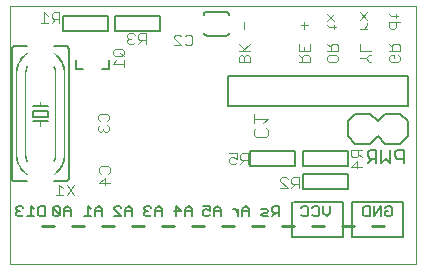
<source format=gbo>
G75*
G70*
%OFA0B0*%
%FSLAX24Y24*%
%IPPOS*%
%LPD*%
%AMOC8*
5,1,8,0,0,1.08239X$1,22.5*
%
%ADD10C,0.0000*%
%ADD11C,0.0060*%
%ADD12C,0.0050*%
%ADD13C,0.0070*%
%ADD14C,0.0040*%
%ADD15C,0.0100*%
%ADD16C,0.0080*%
%ADD17C,0.0001*%
%ADD18C,0.0020*%
D10*
X000605Y000141D02*
X000605Y008718D01*
X014134Y008718D01*
X014134Y000141D01*
X000605Y000141D01*
D11*
X000755Y002891D02*
X001155Y002891D01*
X000755Y002891D02*
X000738Y002893D01*
X000721Y002897D01*
X000705Y002904D01*
X000691Y002914D01*
X000678Y002927D01*
X000668Y002941D01*
X000661Y002957D01*
X000657Y002974D01*
X000655Y002991D01*
X000655Y007291D01*
X000657Y007308D01*
X000661Y007325D01*
X000668Y007341D01*
X000678Y007355D01*
X000691Y007368D01*
X000705Y007378D01*
X000721Y007385D01*
X000738Y007389D01*
X000755Y007391D01*
X001155Y007391D01*
X002055Y007391D02*
X002455Y007391D01*
X002472Y007389D01*
X002489Y007385D01*
X002505Y007378D01*
X002519Y007368D01*
X002532Y007355D01*
X002542Y007341D01*
X002549Y007325D01*
X002553Y007308D01*
X002555Y007291D01*
X002555Y002991D01*
X002553Y002974D01*
X002549Y002957D01*
X002542Y002941D01*
X002532Y002927D01*
X002519Y002914D01*
X002505Y002904D01*
X002489Y002897D01*
X002472Y002893D01*
X002455Y002891D01*
X002055Y002891D01*
X001855Y004891D02*
X001605Y004891D01*
X001355Y004891D01*
X001355Y005041D02*
X001355Y005241D01*
X001855Y005241D01*
X001855Y005041D01*
X001355Y005041D01*
X001355Y005391D02*
X001605Y005391D01*
X001855Y005391D01*
X012519Y003857D02*
X012519Y003710D01*
X012593Y003637D01*
X012813Y003637D01*
X012666Y003637D02*
X012519Y003490D01*
X012813Y003490D02*
X012813Y003930D01*
X012593Y003930D01*
X012519Y003857D01*
X012980Y003930D02*
X012980Y003490D01*
X013127Y003637D01*
X013273Y003490D01*
X013273Y003930D01*
X013440Y003857D02*
X013440Y003710D01*
X013514Y003637D01*
X013734Y003637D01*
X013734Y003490D02*
X013734Y003930D01*
X013514Y003930D01*
X013440Y003857D01*
D12*
X011855Y003891D02*
X011855Y003391D01*
X010355Y003391D01*
X010355Y003891D01*
X011855Y003891D01*
X011855Y003141D02*
X010355Y003141D01*
X010355Y002641D01*
X011855Y002641D01*
X011855Y003141D01*
X012418Y002066D02*
X012360Y002008D01*
X012360Y001774D01*
X012418Y001716D01*
X012593Y001716D01*
X012593Y002066D01*
X012418Y002066D01*
X012728Y002066D02*
X012728Y001716D01*
X012961Y002066D01*
X012961Y001716D01*
X013096Y001774D02*
X013096Y001891D01*
X013213Y001891D01*
X013330Y001774D02*
X013271Y001716D01*
X013155Y001716D01*
X013096Y001774D01*
X013330Y001774D02*
X013330Y002008D01*
X013271Y002066D01*
X013155Y002066D01*
X013096Y002008D01*
X011280Y002066D02*
X011280Y001833D01*
X011163Y001716D01*
X011046Y001833D01*
X011046Y002066D01*
X010911Y002008D02*
X010911Y001774D01*
X010853Y001716D01*
X010736Y001716D01*
X010678Y001774D01*
X010543Y001774D02*
X010485Y001716D01*
X010368Y001716D01*
X010310Y001774D01*
X010543Y001774D02*
X010543Y002008D01*
X010485Y002066D01*
X010368Y002066D01*
X010310Y002008D01*
X010678Y002008D02*
X010736Y002066D01*
X010853Y002066D01*
X010911Y002008D01*
X009580Y002066D02*
X009580Y001716D01*
X009580Y001833D02*
X009405Y001833D01*
X009346Y001891D01*
X009346Y002008D01*
X009405Y002066D01*
X009580Y002066D01*
X009463Y001833D02*
X009346Y001716D01*
X009211Y001716D02*
X009036Y001716D01*
X008978Y001774D01*
X009036Y001833D01*
X009153Y001833D01*
X009211Y001891D01*
X009153Y001950D01*
X008978Y001950D01*
X008580Y001950D02*
X008580Y001716D01*
X008580Y001891D02*
X008346Y001891D01*
X008346Y001950D02*
X008346Y001716D01*
X008211Y001716D02*
X008211Y001950D01*
X008095Y001950D02*
X008211Y001833D01*
X008095Y001950D02*
X008036Y001950D01*
X008346Y001950D02*
X008463Y002066D01*
X008580Y001950D01*
X007630Y001950D02*
X007630Y001716D01*
X007630Y001891D02*
X007396Y001891D01*
X007396Y001950D02*
X007396Y001716D01*
X007261Y001774D02*
X007203Y001716D01*
X007086Y001716D01*
X007028Y001774D01*
X007028Y001891D01*
X007086Y001950D01*
X007145Y001950D01*
X007261Y001891D01*
X007261Y002066D01*
X007028Y002066D01*
X007396Y001950D02*
X007513Y002066D01*
X007630Y001950D01*
X006680Y001950D02*
X006680Y001716D01*
X006446Y001716D02*
X006446Y001950D01*
X006563Y002066D01*
X006680Y001950D01*
X006680Y001891D02*
X006446Y001891D01*
X006311Y001891D02*
X006078Y001891D01*
X006136Y001716D02*
X006136Y002066D01*
X006311Y001891D01*
X005680Y001891D02*
X005446Y001891D01*
X005446Y001950D02*
X005446Y001716D01*
X005311Y001774D02*
X005253Y001716D01*
X005136Y001716D01*
X005078Y001774D01*
X005078Y001833D01*
X005136Y001891D01*
X005195Y001891D01*
X005136Y001891D02*
X005078Y001950D01*
X005078Y002008D01*
X005136Y002066D01*
X005253Y002066D01*
X005311Y002008D01*
X005446Y001950D02*
X005563Y002066D01*
X005680Y001950D01*
X005680Y001716D01*
X004680Y001716D02*
X004680Y001950D01*
X004563Y002066D01*
X004446Y001950D01*
X004446Y001716D01*
X004311Y001716D02*
X004078Y001950D01*
X004078Y002008D01*
X004136Y002066D01*
X004253Y002066D01*
X004311Y002008D01*
X004446Y001891D02*
X004680Y001891D01*
X004311Y001716D02*
X004078Y001716D01*
X003680Y001716D02*
X003680Y001950D01*
X003563Y002066D01*
X003446Y001950D01*
X003446Y001716D01*
X003311Y001716D02*
X003078Y001716D01*
X003195Y001716D02*
X003195Y002066D01*
X003311Y001950D01*
X003446Y001891D02*
X003680Y001891D01*
X002630Y001891D02*
X002396Y001891D01*
X002396Y001950D02*
X002396Y001716D01*
X002261Y001774D02*
X002028Y002008D01*
X002028Y001774D01*
X002086Y001716D01*
X002203Y001716D01*
X002261Y001774D01*
X002261Y002008D01*
X002203Y002066D01*
X002086Y002066D01*
X002028Y002008D01*
X001780Y002066D02*
X001605Y002066D01*
X001546Y002008D01*
X001546Y001774D01*
X001605Y001716D01*
X001780Y001716D01*
X001780Y002066D01*
X001411Y001950D02*
X001295Y002066D01*
X001295Y001716D01*
X001411Y001716D02*
X001178Y001716D01*
X001043Y001774D02*
X000985Y001716D01*
X000868Y001716D01*
X000810Y001774D01*
X000810Y001833D01*
X000868Y001891D01*
X000926Y001891D01*
X000868Y001891D02*
X000810Y001950D01*
X000810Y002008D01*
X000868Y002066D01*
X000985Y002066D01*
X001043Y002008D01*
X002396Y001950D02*
X002513Y002066D01*
X002630Y001950D01*
X002630Y001716D01*
X008605Y003391D02*
X008605Y003891D01*
X010105Y003891D01*
X010105Y003391D01*
X008605Y003391D01*
X005605Y007891D02*
X004105Y007891D01*
X004105Y008391D01*
X005605Y008391D01*
X005605Y007891D01*
X003855Y007891D02*
X003855Y008391D01*
X002355Y008391D01*
X002355Y007891D01*
X003855Y007891D01*
D13*
X007855Y006391D02*
X007855Y005391D01*
X013855Y005391D01*
X013855Y006391D01*
X007855Y006391D01*
X010005Y002191D02*
X010005Y001041D01*
X011705Y001041D01*
X011705Y002191D01*
X010055Y002191D01*
X012005Y002191D02*
X012005Y001041D01*
X013705Y001041D01*
X013705Y002191D01*
X012055Y002191D01*
X012005Y002191D01*
D14*
X012155Y003313D02*
X012155Y003553D01*
X011974Y003373D01*
X012335Y003373D01*
X012335Y003681D02*
X012215Y003801D01*
X012215Y003741D02*
X012215Y003921D01*
X012335Y003921D02*
X011974Y003921D01*
X011974Y003741D01*
X012034Y003681D01*
X012155Y003681D01*
X012215Y003741D01*
X010221Y003021D02*
X010221Y002661D01*
X010221Y002781D02*
X010041Y002781D01*
X009981Y002841D01*
X009981Y002961D01*
X010041Y003021D01*
X010221Y003021D01*
X009853Y002961D02*
X009793Y003021D01*
X009673Y003021D01*
X009613Y002961D01*
X009613Y002901D01*
X009853Y002661D01*
X009613Y002661D01*
X009981Y002661D02*
X010101Y002781D01*
X008521Y003461D02*
X008521Y003821D01*
X008341Y003821D01*
X008281Y003761D01*
X008281Y003641D01*
X008341Y003581D01*
X008521Y003581D01*
X008401Y003581D02*
X008281Y003461D01*
X008153Y003521D02*
X008093Y003461D01*
X007973Y003461D01*
X007913Y003521D01*
X007913Y003641D01*
X007973Y003701D01*
X008033Y003701D01*
X008153Y003641D01*
X008153Y003821D01*
X007913Y003821D01*
X008737Y004431D02*
X008814Y004355D01*
X009121Y004355D01*
X009198Y004431D01*
X009198Y004585D01*
X009121Y004662D01*
X009044Y004815D02*
X009198Y004969D01*
X008737Y004969D01*
X008737Y005122D02*
X008737Y004815D01*
X008814Y004662D02*
X008737Y004585D01*
X008737Y004431D01*
X008585Y006861D02*
X008225Y006861D01*
X008225Y007041D01*
X008285Y007101D01*
X008345Y007101D01*
X008405Y007041D01*
X008405Y006861D01*
X008585Y006861D02*
X008585Y007041D01*
X008525Y007101D01*
X008465Y007101D01*
X008405Y007041D01*
X008345Y007229D02*
X008585Y007470D01*
X008405Y007289D02*
X008225Y007470D01*
X008225Y007229D02*
X008585Y007229D01*
X008405Y007966D02*
X008405Y008206D01*
X010225Y007470D02*
X010225Y007229D01*
X010585Y007229D01*
X010585Y007470D01*
X010405Y007349D02*
X010405Y007229D01*
X010405Y007101D02*
X010345Y007041D01*
X010345Y006861D01*
X010345Y006981D02*
X010225Y007101D01*
X010405Y007101D02*
X010525Y007101D01*
X010585Y007041D01*
X010585Y006861D01*
X010225Y006861D01*
X011175Y006921D02*
X011235Y006861D01*
X011475Y006861D01*
X011535Y006921D01*
X011535Y007041D01*
X011475Y007101D01*
X011235Y007101D01*
X011175Y007041D01*
X011175Y006921D01*
X011175Y007229D02*
X011535Y007229D01*
X011535Y007410D01*
X011475Y007470D01*
X011355Y007470D01*
X011295Y007410D01*
X011295Y007229D01*
X011295Y007349D02*
X011175Y007470D01*
X011415Y007966D02*
X011415Y008086D01*
X011475Y008026D02*
X011235Y008026D01*
X011175Y008086D01*
X011175Y008212D02*
X011415Y008452D01*
X011415Y008212D02*
X011175Y008452D01*
X010525Y008086D02*
X010285Y008086D01*
X010405Y007966D02*
X010405Y008206D01*
X012275Y008273D02*
X012515Y008513D01*
X012515Y008273D02*
X012275Y008513D01*
X012515Y008146D02*
X012515Y008086D01*
X012395Y007966D01*
X012275Y007966D02*
X012515Y007966D01*
X012275Y007470D02*
X012275Y007229D01*
X012635Y007229D01*
X012635Y007101D02*
X012575Y007101D01*
X012455Y006981D01*
X012275Y006981D01*
X012455Y006981D02*
X012575Y006861D01*
X012635Y006861D01*
X013225Y006921D02*
X013225Y007041D01*
X013285Y007101D01*
X013405Y007101D01*
X013405Y006981D01*
X013525Y006861D02*
X013285Y006861D01*
X013225Y006921D01*
X013525Y006861D02*
X013585Y006921D01*
X013585Y007041D01*
X013525Y007101D01*
X013585Y007229D02*
X013585Y007410D01*
X013525Y007470D01*
X013405Y007470D01*
X013345Y007410D01*
X013345Y007229D01*
X013225Y007229D02*
X013585Y007229D01*
X013345Y007349D02*
X013225Y007470D01*
X013285Y007966D02*
X013405Y007966D01*
X013465Y008026D01*
X013465Y008206D01*
X013585Y008206D02*
X013225Y008206D01*
X013225Y008026D01*
X013285Y007966D01*
X013465Y008334D02*
X013465Y008454D01*
X013525Y008394D02*
X013285Y008394D01*
X013225Y008454D01*
X006671Y007711D02*
X006671Y007471D01*
X006611Y007411D01*
X006491Y007411D01*
X006431Y007471D01*
X006303Y007411D02*
X006063Y007651D01*
X006063Y007711D01*
X006123Y007771D01*
X006243Y007771D01*
X006303Y007711D01*
X006431Y007711D02*
X006491Y007771D01*
X006611Y007771D01*
X006671Y007711D01*
X006303Y007411D02*
X006063Y007411D01*
X005121Y007461D02*
X005121Y007821D01*
X004941Y007821D01*
X004881Y007761D01*
X004881Y007641D01*
X004941Y007581D01*
X005121Y007581D01*
X005001Y007581D02*
X004881Y007461D01*
X004753Y007521D02*
X004693Y007461D01*
X004573Y007461D01*
X004513Y007521D01*
X004513Y007581D01*
X004573Y007641D01*
X004633Y007641D01*
X004573Y007641D02*
X004513Y007701D01*
X004513Y007761D01*
X004573Y007821D01*
X004693Y007821D01*
X004753Y007761D01*
X004325Y007296D02*
X004084Y007296D01*
X004024Y007236D01*
X004024Y007116D01*
X004084Y007056D01*
X004325Y007056D01*
X004385Y007116D01*
X004385Y007236D01*
X004325Y007296D01*
X004265Y007176D02*
X004385Y007056D01*
X004385Y006928D02*
X004385Y006688D01*
X004385Y006808D02*
X004024Y006808D01*
X004145Y006928D01*
X002235Y008161D02*
X002235Y008521D01*
X002055Y008521D01*
X001995Y008461D01*
X001995Y008341D01*
X002055Y008281D01*
X002235Y008281D01*
X002115Y008281D02*
X001995Y008161D01*
X001866Y008161D02*
X001626Y008161D01*
X001746Y008161D02*
X001746Y008521D01*
X001866Y008401D01*
X003584Y005127D02*
X003825Y005127D01*
X003885Y005067D01*
X003885Y004947D01*
X003825Y004887D01*
X003825Y004759D02*
X003885Y004699D01*
X003885Y004579D01*
X003825Y004519D01*
X003765Y004519D01*
X003705Y004579D01*
X003705Y004639D01*
X003705Y004579D02*
X003645Y004519D01*
X003584Y004519D01*
X003524Y004579D01*
X003524Y004699D01*
X003584Y004759D01*
X003584Y004887D02*
X003524Y004947D01*
X003524Y005067D01*
X003584Y005127D01*
X003634Y003377D02*
X003874Y003377D01*
X003934Y003317D01*
X003934Y003196D01*
X003874Y003136D01*
X003754Y003008D02*
X003754Y002768D01*
X003934Y002828D02*
X003574Y002828D01*
X003754Y003008D01*
X003634Y003136D02*
X003574Y003196D01*
X003574Y003317D01*
X003634Y003377D01*
X002735Y002771D02*
X002495Y002411D01*
X002366Y002411D02*
X002126Y002411D01*
X002246Y002411D02*
X002246Y002771D01*
X002366Y002651D01*
X002495Y002771D02*
X002735Y002411D01*
D15*
X002655Y001391D02*
X003055Y001391D01*
X003655Y001391D02*
X004055Y001391D01*
X004655Y001391D02*
X005055Y001391D01*
X005655Y001391D02*
X006055Y001391D01*
X006655Y001391D02*
X007055Y001391D01*
X007655Y001391D02*
X008055Y001391D01*
X008655Y001391D02*
X009055Y001391D01*
X009655Y001391D02*
X010055Y001391D01*
X010655Y001391D02*
X011055Y001391D01*
X011655Y001391D02*
X012055Y001391D01*
X012655Y001391D02*
X013055Y001391D01*
X002055Y001391D02*
X001655Y001391D01*
D16*
X002804Y006616D02*
X002804Y006930D01*
X002804Y006616D02*
X003040Y006616D01*
X003670Y006616D02*
X003906Y006616D01*
X003906Y006930D01*
X007155Y007741D02*
X007805Y007741D01*
X007822Y007743D01*
X007839Y007747D01*
X007855Y007754D01*
X007869Y007764D01*
X007882Y007777D01*
X007892Y007791D01*
X007899Y007807D01*
X007903Y007824D01*
X007905Y007841D01*
X007155Y007741D02*
X007138Y007743D01*
X007121Y007747D01*
X007105Y007754D01*
X007091Y007764D01*
X007078Y007777D01*
X007068Y007791D01*
X007061Y007807D01*
X007057Y007824D01*
X007055Y007841D01*
X007055Y008441D02*
X007057Y008458D01*
X007061Y008475D01*
X007068Y008491D01*
X007078Y008505D01*
X007091Y008518D01*
X007105Y008528D01*
X007121Y008535D01*
X007138Y008539D01*
X007155Y008541D01*
X007805Y008541D01*
X007822Y008539D01*
X007839Y008535D01*
X007855Y008528D01*
X007869Y008518D01*
X007882Y008505D01*
X007892Y008491D01*
X007899Y008475D01*
X007903Y008458D01*
X007905Y008441D01*
X011855Y004891D02*
X012105Y005141D01*
X012605Y005141D01*
X012855Y004891D01*
X013105Y005141D01*
X013605Y005141D01*
X013855Y004891D01*
X013855Y004391D01*
X013605Y004141D01*
X013105Y004141D01*
X012855Y004391D01*
X012605Y004141D01*
X012105Y004141D01*
X011855Y004391D01*
X011855Y004891D01*
D17*
X002064Y003570D02*
X002047Y003578D01*
X002047Y003577D02*
X002062Y003611D01*
X002074Y003646D01*
X002084Y003681D01*
X002090Y003717D01*
X002095Y003754D01*
X002096Y003791D01*
X002114Y003791D01*
X002115Y003791D01*
X002114Y003752D01*
X002109Y003714D01*
X002102Y003677D01*
X002092Y003640D01*
X002080Y003604D01*
X002064Y003569D01*
X002063Y003570D01*
X002079Y003604D01*
X002091Y003640D01*
X002101Y003677D01*
X002108Y003715D01*
X002113Y003752D01*
X002114Y003791D01*
X002113Y003791D01*
X002112Y003753D01*
X002107Y003715D01*
X002100Y003677D01*
X002090Y003641D01*
X002078Y003605D01*
X002062Y003570D01*
X002077Y003605D01*
X002089Y003641D01*
X002099Y003678D01*
X002106Y003715D01*
X002111Y003753D01*
X002112Y003791D01*
X002111Y003791D01*
X002110Y003753D01*
X002105Y003715D01*
X002098Y003678D01*
X002088Y003641D01*
X002076Y003606D01*
X002061Y003571D01*
X002060Y003571D01*
X002075Y003606D01*
X002087Y003642D01*
X002097Y003678D01*
X002104Y003715D01*
X002109Y003753D01*
X002110Y003791D01*
X002109Y003791D01*
X002108Y003753D01*
X002103Y003715D01*
X002096Y003678D01*
X002086Y003642D01*
X002074Y003606D01*
X002059Y003572D01*
X002058Y003572D01*
X002073Y003607D01*
X002085Y003642D01*
X002095Y003679D01*
X002102Y003715D01*
X002107Y003753D01*
X002108Y003791D01*
X002107Y003791D01*
X002106Y003753D01*
X002101Y003716D01*
X002094Y003679D01*
X002085Y003642D01*
X002072Y003607D01*
X002057Y003573D01*
X002056Y003573D01*
X002071Y003607D01*
X002084Y003643D01*
X002093Y003679D01*
X002100Y003716D01*
X002105Y003753D01*
X002106Y003791D01*
X002105Y003791D01*
X002104Y003753D01*
X002099Y003716D01*
X002092Y003679D01*
X002083Y003643D01*
X002070Y003608D01*
X002055Y003573D01*
X002054Y003574D01*
X002069Y003608D01*
X002082Y003643D01*
X002091Y003679D01*
X002098Y003716D01*
X002103Y003753D01*
X002104Y003791D01*
X002103Y003791D01*
X002102Y003753D01*
X002097Y003716D01*
X002090Y003680D01*
X002081Y003644D01*
X002068Y003609D01*
X002053Y003574D01*
X002053Y003575D01*
X002067Y003609D01*
X002080Y003644D01*
X002089Y003680D01*
X002096Y003716D01*
X002101Y003753D01*
X002102Y003791D01*
X002101Y003791D01*
X002100Y003753D01*
X002095Y003717D01*
X002088Y003680D01*
X002079Y003644D01*
X002066Y003609D01*
X002052Y003575D01*
X002051Y003576D01*
X002066Y003610D01*
X002078Y003645D01*
X002087Y003680D01*
X002094Y003717D01*
X002099Y003753D01*
X002100Y003791D01*
X002099Y003791D01*
X002098Y003754D01*
X002093Y003717D01*
X002086Y003681D01*
X002077Y003645D01*
X002065Y003610D01*
X002050Y003576D01*
X002049Y003577D01*
X002064Y003610D01*
X002076Y003645D01*
X002086Y003681D01*
X002092Y003717D01*
X002097Y003754D01*
X002098Y003791D01*
X002097Y003791D01*
X002096Y003754D01*
X002091Y003717D01*
X002085Y003681D01*
X002075Y003645D01*
X002063Y003611D01*
X002048Y003577D01*
X001096Y003791D02*
X001115Y003791D01*
X001114Y003791D02*
X001115Y003754D01*
X001120Y003717D01*
X001126Y003681D01*
X001136Y003646D01*
X001148Y003611D01*
X001163Y003577D01*
X001146Y003570D01*
X001146Y003569D01*
X001130Y003604D01*
X001118Y003640D01*
X001108Y003677D01*
X001101Y003714D01*
X001096Y003752D01*
X001095Y003791D01*
X001096Y003791D01*
X001097Y003752D01*
X001102Y003715D01*
X001109Y003677D01*
X001119Y003640D01*
X001131Y003604D01*
X001147Y003570D01*
X001148Y003570D01*
X001132Y003605D01*
X001120Y003641D01*
X001110Y003677D01*
X001103Y003715D01*
X001098Y003753D01*
X001097Y003791D01*
X001098Y003791D01*
X001099Y003753D01*
X001104Y003715D01*
X001111Y003678D01*
X001121Y003641D01*
X001133Y003605D01*
X001148Y003570D01*
X001149Y003571D01*
X001134Y003606D01*
X001122Y003641D01*
X001112Y003678D01*
X001105Y003715D01*
X001100Y003753D01*
X001099Y003791D01*
X001100Y003791D01*
X001101Y003753D01*
X001106Y003715D01*
X001113Y003678D01*
X001123Y003642D01*
X001135Y003606D01*
X001150Y003571D01*
X001151Y003572D01*
X001136Y003606D01*
X001124Y003642D01*
X001114Y003678D01*
X001107Y003715D01*
X001102Y003753D01*
X001101Y003791D01*
X001102Y003791D01*
X001103Y003753D01*
X001108Y003715D01*
X001115Y003679D01*
X001125Y003642D01*
X001137Y003607D01*
X001152Y003572D01*
X001153Y003573D01*
X001138Y003607D01*
X001125Y003642D01*
X001116Y003679D01*
X001109Y003716D01*
X001104Y003753D01*
X001103Y003791D01*
X001104Y003791D01*
X001105Y003753D01*
X001110Y003716D01*
X001117Y003679D01*
X001126Y003643D01*
X001139Y003607D01*
X001154Y003573D01*
X001155Y003573D01*
X001140Y003608D01*
X001127Y003643D01*
X001118Y003679D01*
X001111Y003716D01*
X001106Y003753D01*
X001105Y003791D01*
X001106Y003791D01*
X001107Y003753D01*
X001112Y003716D01*
X001119Y003679D01*
X001128Y003643D01*
X001141Y003608D01*
X001156Y003574D01*
X001157Y003574D01*
X001142Y003609D01*
X001129Y003644D01*
X001120Y003680D01*
X001113Y003716D01*
X001108Y003753D01*
X001107Y003791D01*
X001108Y003791D01*
X001109Y003753D01*
X001114Y003716D01*
X001121Y003680D01*
X001130Y003644D01*
X001143Y003609D01*
X001157Y003575D01*
X001158Y003575D01*
X001144Y003609D01*
X001131Y003644D01*
X001122Y003680D01*
X001115Y003717D01*
X001110Y003753D01*
X001109Y003791D01*
X001110Y003791D01*
X001111Y003753D01*
X001116Y003717D01*
X001123Y003680D01*
X001132Y003645D01*
X001144Y003610D01*
X001159Y003576D01*
X001160Y003576D01*
X001145Y003610D01*
X001133Y003645D01*
X001124Y003681D01*
X001117Y003717D01*
X001112Y003754D01*
X001111Y003791D01*
X001112Y003791D01*
X001113Y003754D01*
X001118Y003717D01*
X001124Y003681D01*
X001134Y003645D01*
X001146Y003610D01*
X001161Y003577D01*
X001162Y003577D01*
X001147Y003611D01*
X001135Y003645D01*
X001125Y003681D01*
X001119Y003717D01*
X001114Y003754D01*
X001113Y003791D01*
X000796Y003791D02*
X000815Y003791D01*
X000814Y003791D02*
X000816Y003736D01*
X000822Y003681D01*
X000831Y003627D01*
X000844Y003574D01*
X000861Y003521D01*
X000882Y003470D01*
X000906Y003421D01*
X000933Y003373D01*
X000964Y003328D01*
X000997Y003284D01*
X001034Y003244D01*
X001073Y003205D01*
X001115Y003170D01*
X001160Y003137D01*
X001149Y003122D01*
X001104Y003155D01*
X001061Y003191D01*
X001020Y003230D01*
X000983Y003272D01*
X000948Y003317D01*
X000917Y003363D01*
X000889Y003412D01*
X000864Y003463D01*
X000844Y003515D01*
X000826Y003568D01*
X000813Y003623D01*
X000803Y003678D01*
X000797Y003734D01*
X000795Y003791D01*
X000796Y003791D01*
X000798Y003734D01*
X000804Y003679D01*
X000814Y003623D01*
X000827Y003569D01*
X000844Y003515D01*
X000865Y003463D01*
X000890Y003413D01*
X000918Y003364D01*
X000949Y003317D01*
X000984Y003273D01*
X001021Y003231D01*
X001061Y003192D01*
X001104Y003156D01*
X001150Y003122D01*
X001150Y003123D01*
X001105Y003156D01*
X001062Y003193D01*
X001022Y003232D01*
X000984Y003274D01*
X000950Y003318D01*
X000919Y003364D01*
X000891Y003413D01*
X000866Y003464D01*
X000845Y003516D01*
X000828Y003569D01*
X000815Y003623D01*
X000805Y003679D01*
X000799Y003734D01*
X000797Y003791D01*
X000798Y003791D01*
X000800Y003735D01*
X000806Y003679D01*
X000816Y003624D01*
X000829Y003569D01*
X000846Y003516D01*
X000867Y003464D01*
X000892Y003414D01*
X000920Y003365D01*
X000951Y003318D01*
X000985Y003274D01*
X001023Y003232D01*
X001063Y003193D01*
X001105Y003157D01*
X001151Y003124D01*
X001151Y003125D01*
X001106Y003158D01*
X001063Y003194D01*
X001023Y003233D01*
X000986Y003275D01*
X000952Y003319D01*
X000920Y003366D01*
X000893Y003414D01*
X000868Y003464D01*
X000847Y003516D01*
X000830Y003570D01*
X000817Y003624D01*
X000807Y003679D01*
X000801Y003735D01*
X000799Y003791D01*
X000800Y003791D01*
X000802Y003735D01*
X000808Y003679D01*
X000818Y003624D01*
X000831Y003570D01*
X000848Y003517D01*
X000869Y003465D01*
X000893Y003414D01*
X000921Y003366D01*
X000952Y003320D01*
X000987Y003275D01*
X001024Y003234D01*
X001064Y003195D01*
X001107Y003159D01*
X001152Y003126D01*
X001152Y003127D01*
X001107Y003160D01*
X001065Y003196D01*
X001025Y003235D01*
X000987Y003276D01*
X000953Y003320D01*
X000922Y003367D01*
X000894Y003415D01*
X000870Y003465D01*
X000849Y003517D01*
X000832Y003570D01*
X000818Y003624D01*
X000809Y003679D01*
X000803Y003735D01*
X000801Y003791D01*
X000802Y003791D01*
X000804Y003735D01*
X000810Y003679D01*
X000819Y003624D01*
X000833Y003570D01*
X000850Y003517D01*
X000871Y003466D01*
X000895Y003415D01*
X000923Y003367D01*
X000954Y003321D01*
X000988Y003277D01*
X001025Y003235D01*
X001065Y003196D01*
X001108Y003160D01*
X001153Y003127D01*
X001153Y003128D01*
X001109Y003161D01*
X001066Y003197D01*
X001026Y003236D01*
X000989Y003277D01*
X000955Y003321D01*
X000924Y003368D01*
X000896Y003416D01*
X000872Y003466D01*
X000851Y003518D01*
X000834Y003571D01*
X000820Y003625D01*
X000811Y003679D01*
X000805Y003735D01*
X000803Y003791D01*
X000804Y003791D01*
X000806Y003735D01*
X000812Y003680D01*
X000821Y003625D01*
X000835Y003571D01*
X000852Y003518D01*
X000873Y003466D01*
X000897Y003416D01*
X000925Y003368D01*
X000956Y003322D01*
X000990Y003278D01*
X001027Y003237D01*
X001067Y003198D01*
X001109Y003162D01*
X001154Y003129D01*
X001155Y003130D01*
X001110Y003163D01*
X001067Y003199D01*
X001028Y003237D01*
X000991Y003279D01*
X000957Y003323D01*
X000926Y003369D01*
X000898Y003417D01*
X000874Y003467D01*
X000853Y003518D01*
X000836Y003571D01*
X000822Y003625D01*
X000813Y003680D01*
X000807Y003735D01*
X000805Y003791D01*
X000806Y003791D01*
X000808Y003735D01*
X000814Y003680D01*
X000823Y003625D01*
X000837Y003571D01*
X000854Y003519D01*
X000875Y003467D01*
X000899Y003417D01*
X000926Y003369D01*
X000957Y003323D01*
X000991Y003279D01*
X001028Y003238D01*
X001068Y003199D01*
X001110Y003163D01*
X001155Y003131D01*
X001156Y003131D01*
X001111Y003164D01*
X001069Y003200D01*
X001029Y003239D01*
X000992Y003280D01*
X000958Y003324D01*
X000927Y003370D01*
X000900Y003418D01*
X000875Y003468D01*
X000855Y003519D01*
X000838Y003572D01*
X000824Y003625D01*
X000815Y003680D01*
X000809Y003735D01*
X000807Y003791D01*
X000808Y003791D01*
X000810Y003735D01*
X000816Y003680D01*
X000825Y003626D01*
X000839Y003572D01*
X000856Y003519D01*
X000876Y003468D01*
X000901Y003418D01*
X000928Y003370D01*
X000959Y003324D01*
X000993Y003281D01*
X001030Y003239D01*
X001069Y003201D01*
X001112Y003165D01*
X001156Y003132D01*
X001157Y003133D01*
X001112Y003166D01*
X001070Y003202D01*
X001030Y003240D01*
X000994Y003281D01*
X000960Y003325D01*
X000929Y003371D01*
X000901Y003419D01*
X000877Y003468D01*
X000857Y003520D01*
X000840Y003572D01*
X000826Y003626D01*
X000817Y003680D01*
X000811Y003735D01*
X000809Y003791D01*
X000810Y003791D01*
X000812Y003735D01*
X000818Y003680D01*
X000827Y003626D01*
X000841Y003573D01*
X000858Y003520D01*
X000878Y003469D01*
X000902Y003419D01*
X000930Y003371D01*
X000961Y003325D01*
X000994Y003282D01*
X001031Y003241D01*
X001071Y003202D01*
X001113Y003167D01*
X001157Y003134D01*
X001158Y003135D01*
X001114Y003167D01*
X001071Y003203D01*
X001032Y003241D01*
X000995Y003283D01*
X000961Y003326D01*
X000931Y003372D01*
X000903Y003420D01*
X000879Y003469D01*
X000859Y003520D01*
X000842Y003573D01*
X000828Y003626D01*
X000819Y003681D01*
X000813Y003735D01*
X000811Y003791D01*
X000812Y003791D01*
X000814Y003735D01*
X000820Y003681D01*
X000829Y003627D01*
X000843Y003573D01*
X000859Y003521D01*
X000880Y003470D01*
X000904Y003420D01*
X000932Y003372D01*
X000962Y003327D01*
X000996Y003283D01*
X001033Y003242D01*
X001072Y003204D01*
X001114Y003168D01*
X001159Y003136D01*
X001115Y003169D01*
X001073Y003204D01*
X001033Y003243D01*
X000997Y003284D01*
X000963Y003327D01*
X000932Y003373D01*
X000905Y003421D01*
X000881Y003470D01*
X000860Y003521D01*
X000843Y003573D01*
X000830Y003627D01*
X000821Y003681D01*
X000815Y003736D01*
X000813Y003791D01*
X002061Y003122D02*
X002050Y003138D01*
X002050Y003137D02*
X002095Y003170D01*
X002137Y003205D01*
X002176Y003243D01*
X002213Y003284D01*
X002246Y003328D01*
X002277Y003373D01*
X002304Y003421D01*
X002328Y003470D01*
X002349Y003521D01*
X002366Y003574D01*
X002379Y003627D01*
X002388Y003681D01*
X002394Y003736D01*
X002396Y003790D01*
X002414Y003791D01*
X002415Y003790D01*
X002413Y003734D01*
X002407Y003678D01*
X002397Y003623D01*
X002384Y003568D01*
X002366Y003515D01*
X002345Y003463D01*
X002321Y003412D01*
X002293Y003363D01*
X002262Y003317D01*
X002227Y003272D01*
X002190Y003230D01*
X002149Y003191D01*
X002106Y003155D01*
X002061Y003122D01*
X002060Y003122D01*
X002106Y003156D01*
X002149Y003192D01*
X002189Y003231D01*
X002226Y003273D01*
X002261Y003317D01*
X002292Y003364D01*
X002320Y003413D01*
X002345Y003463D01*
X002366Y003515D01*
X002383Y003569D01*
X002396Y003623D01*
X002406Y003678D01*
X002412Y003734D01*
X002414Y003790D01*
X002413Y003790D01*
X002411Y003734D01*
X002405Y003679D01*
X002395Y003623D01*
X002382Y003569D01*
X002365Y003516D01*
X002344Y003464D01*
X002319Y003413D01*
X002291Y003364D01*
X002260Y003318D01*
X002226Y003274D01*
X002188Y003232D01*
X002148Y003193D01*
X002105Y003156D01*
X002060Y003123D01*
X002059Y003124D01*
X002105Y003157D01*
X002147Y003193D01*
X002187Y003232D01*
X002225Y003274D01*
X002259Y003318D01*
X002290Y003365D01*
X002318Y003414D01*
X002343Y003464D01*
X002364Y003516D01*
X002381Y003569D01*
X002394Y003624D01*
X002404Y003679D01*
X002410Y003734D01*
X002412Y003790D01*
X002411Y003790D01*
X002409Y003735D01*
X002403Y003679D01*
X002393Y003624D01*
X002380Y003569D01*
X002363Y003516D01*
X002342Y003464D01*
X002317Y003414D01*
X002290Y003365D01*
X002258Y003319D01*
X002224Y003275D01*
X002187Y003233D01*
X002147Y003194D01*
X002104Y003158D01*
X002059Y003125D01*
X002058Y003126D01*
X002103Y003159D01*
X002146Y003195D01*
X002186Y003234D01*
X002223Y003275D01*
X002258Y003320D01*
X002289Y003366D01*
X002317Y003414D01*
X002341Y003465D01*
X002362Y003517D01*
X002379Y003570D01*
X002392Y003624D01*
X002402Y003679D01*
X002408Y003735D01*
X002410Y003790D01*
X002409Y003790D01*
X002407Y003735D01*
X002401Y003679D01*
X002392Y003624D01*
X002378Y003570D01*
X002361Y003517D01*
X002340Y003465D01*
X002316Y003415D01*
X002288Y003367D01*
X002257Y003320D01*
X002222Y003276D01*
X002185Y003234D01*
X002145Y003196D01*
X002103Y003160D01*
X002058Y003127D01*
X002057Y003127D01*
X002102Y003160D01*
X002145Y003196D01*
X002185Y003235D01*
X002222Y003277D01*
X002256Y003321D01*
X002287Y003367D01*
X002315Y003415D01*
X002339Y003466D01*
X002360Y003517D01*
X002377Y003570D01*
X002391Y003624D01*
X002400Y003679D01*
X002406Y003735D01*
X002408Y003790D01*
X002407Y003790D01*
X002405Y003735D01*
X002399Y003679D01*
X002390Y003625D01*
X002376Y003571D01*
X002359Y003518D01*
X002338Y003466D01*
X002314Y003416D01*
X002286Y003368D01*
X002255Y003321D01*
X002221Y003277D01*
X002184Y003236D01*
X002144Y003197D01*
X002101Y003161D01*
X002057Y003128D01*
X002056Y003129D01*
X002101Y003162D01*
X002143Y003198D01*
X002183Y003237D01*
X002220Y003278D01*
X002254Y003322D01*
X002285Y003368D01*
X002313Y003416D01*
X002337Y003466D01*
X002358Y003518D01*
X002375Y003571D01*
X002389Y003625D01*
X002398Y003680D01*
X002404Y003735D01*
X002406Y003790D01*
X002405Y003790D01*
X002403Y003735D01*
X002397Y003680D01*
X002388Y003625D01*
X002374Y003571D01*
X002357Y003518D01*
X002336Y003467D01*
X002312Y003417D01*
X002284Y003369D01*
X002253Y003323D01*
X002219Y003279D01*
X002182Y003237D01*
X002143Y003199D01*
X002100Y003163D01*
X002055Y003130D01*
X002055Y003131D01*
X002100Y003163D01*
X002142Y003199D01*
X002182Y003238D01*
X002219Y003279D01*
X002253Y003323D01*
X002284Y003369D01*
X002311Y003417D01*
X002335Y003467D01*
X002356Y003519D01*
X002373Y003571D01*
X002387Y003625D01*
X002396Y003680D01*
X002402Y003735D01*
X002404Y003790D01*
X002403Y003790D01*
X002401Y003735D01*
X002395Y003680D01*
X002386Y003625D01*
X002372Y003572D01*
X002355Y003519D01*
X002335Y003468D01*
X002310Y003418D01*
X002283Y003370D01*
X002252Y003324D01*
X002218Y003280D01*
X002181Y003239D01*
X002141Y003200D01*
X002099Y003164D01*
X002054Y003131D01*
X002054Y003132D01*
X002098Y003165D01*
X002141Y003201D01*
X002180Y003239D01*
X002217Y003281D01*
X002251Y003324D01*
X002282Y003370D01*
X002309Y003418D01*
X002334Y003468D01*
X002354Y003519D01*
X002371Y003572D01*
X002385Y003626D01*
X002394Y003680D01*
X002400Y003735D01*
X002402Y003790D01*
X002401Y003790D01*
X002399Y003735D01*
X002393Y003680D01*
X002384Y003626D01*
X002370Y003572D01*
X002353Y003520D01*
X002333Y003468D01*
X002309Y003419D01*
X002281Y003371D01*
X002250Y003325D01*
X002216Y003281D01*
X002180Y003240D01*
X002140Y003202D01*
X002098Y003166D01*
X002053Y003133D01*
X002053Y003134D01*
X002097Y003167D01*
X002139Y003202D01*
X002179Y003241D01*
X002216Y003282D01*
X002249Y003325D01*
X002280Y003371D01*
X002308Y003419D01*
X002332Y003469D01*
X002352Y003520D01*
X002369Y003572D01*
X002383Y003626D01*
X002392Y003680D01*
X002398Y003735D01*
X002400Y003790D01*
X002399Y003790D01*
X002397Y003735D01*
X002391Y003681D01*
X002382Y003626D01*
X002368Y003573D01*
X002351Y003520D01*
X002331Y003469D01*
X002307Y003420D01*
X002279Y003372D01*
X002249Y003326D01*
X002215Y003283D01*
X002178Y003241D01*
X002139Y003203D01*
X002096Y003167D01*
X002052Y003135D01*
X002051Y003136D01*
X002096Y003168D01*
X002138Y003204D01*
X002177Y003242D01*
X002214Y003283D01*
X002248Y003327D01*
X002278Y003372D01*
X002306Y003420D01*
X002330Y003470D01*
X002351Y003521D01*
X002367Y003573D01*
X002381Y003626D01*
X002390Y003681D01*
X002396Y003735D01*
X002398Y003790D01*
X002397Y003790D01*
X002395Y003736D01*
X002389Y003681D01*
X002380Y003627D01*
X002366Y003573D01*
X002350Y003521D01*
X002329Y003470D01*
X002305Y003421D01*
X002278Y003373D01*
X002247Y003327D01*
X002213Y003284D01*
X002177Y003243D01*
X002137Y003204D01*
X002095Y003169D01*
X002051Y003136D01*
X001149Y007160D02*
X001160Y007144D01*
X001160Y007145D02*
X001115Y007112D01*
X001073Y007077D01*
X001034Y007039D01*
X000998Y006998D01*
X000964Y006954D01*
X000933Y006909D01*
X000906Y006861D01*
X000882Y006812D01*
X000861Y006761D01*
X000844Y006708D01*
X000831Y006655D01*
X000822Y006601D01*
X000816Y006546D01*
X000814Y006492D01*
X000796Y006491D01*
X000795Y006492D01*
X000797Y006548D01*
X000803Y006604D01*
X000813Y006659D01*
X000826Y006714D01*
X000844Y006767D01*
X000865Y006819D01*
X000889Y006870D01*
X000917Y006919D01*
X000948Y006965D01*
X000983Y007010D01*
X001020Y007052D01*
X001061Y007091D01*
X001104Y007127D01*
X001149Y007160D01*
X001150Y007160D01*
X001104Y007126D01*
X001061Y007090D01*
X001021Y007051D01*
X000984Y007009D01*
X000949Y006965D01*
X000918Y006918D01*
X000890Y006869D01*
X000865Y006819D01*
X000844Y006767D01*
X000827Y006713D01*
X000814Y006659D01*
X000804Y006604D01*
X000798Y006548D01*
X000796Y006492D01*
X000797Y006492D01*
X000799Y006548D01*
X000805Y006603D01*
X000815Y006659D01*
X000828Y006713D01*
X000845Y006766D01*
X000866Y006818D01*
X000891Y006869D01*
X000919Y006918D01*
X000950Y006964D01*
X000984Y007008D01*
X001022Y007050D01*
X001062Y007089D01*
X001105Y007126D01*
X001150Y007159D01*
X001151Y007158D01*
X001106Y007125D01*
X001063Y007089D01*
X001023Y007050D01*
X000985Y007008D01*
X000951Y006964D01*
X000920Y006917D01*
X000892Y006868D01*
X000867Y006818D01*
X000846Y006766D01*
X000829Y006713D01*
X000816Y006658D01*
X000806Y006603D01*
X000800Y006548D01*
X000798Y006492D01*
X000799Y006492D01*
X000801Y006547D01*
X000807Y006603D01*
X000817Y006658D01*
X000830Y006713D01*
X000847Y006766D01*
X000868Y006818D01*
X000893Y006868D01*
X000920Y006917D01*
X000952Y006963D01*
X000986Y007007D01*
X001023Y007049D01*
X001063Y007088D01*
X001106Y007124D01*
X001151Y007157D01*
X001152Y007156D01*
X001107Y007123D01*
X001064Y007087D01*
X001024Y007048D01*
X000987Y007007D01*
X000952Y006962D01*
X000921Y006916D01*
X000893Y006868D01*
X000869Y006817D01*
X000848Y006765D01*
X000831Y006712D01*
X000818Y006658D01*
X000808Y006603D01*
X000802Y006547D01*
X000800Y006492D01*
X000801Y006492D01*
X000803Y006547D01*
X000809Y006603D01*
X000818Y006658D01*
X000832Y006712D01*
X000849Y006765D01*
X000870Y006817D01*
X000894Y006867D01*
X000922Y006915D01*
X000953Y006962D01*
X000988Y007006D01*
X001025Y007048D01*
X001065Y007086D01*
X001107Y007122D01*
X001152Y007155D01*
X001153Y007155D01*
X001108Y007122D01*
X001065Y007086D01*
X001025Y007047D01*
X000988Y007005D01*
X000954Y006961D01*
X000923Y006915D01*
X000895Y006867D01*
X000871Y006816D01*
X000850Y006765D01*
X000833Y006712D01*
X000819Y006658D01*
X000810Y006603D01*
X000804Y006547D01*
X000802Y006492D01*
X000803Y006492D01*
X000805Y006547D01*
X000811Y006603D01*
X000820Y006657D01*
X000834Y006711D01*
X000851Y006764D01*
X000872Y006816D01*
X000896Y006866D01*
X000924Y006914D01*
X000955Y006961D01*
X000989Y007005D01*
X001026Y007046D01*
X001066Y007085D01*
X001109Y007121D01*
X001153Y007154D01*
X001154Y007153D01*
X001109Y007120D01*
X001067Y007084D01*
X001027Y007045D01*
X000990Y007004D01*
X000956Y006960D01*
X000925Y006914D01*
X000897Y006866D01*
X000873Y006816D01*
X000852Y006764D01*
X000835Y006711D01*
X000821Y006657D01*
X000812Y006602D01*
X000806Y006547D01*
X000804Y006492D01*
X000805Y006492D01*
X000807Y006547D01*
X000813Y006602D01*
X000822Y006657D01*
X000836Y006711D01*
X000853Y006764D01*
X000874Y006815D01*
X000898Y006865D01*
X000926Y006913D01*
X000957Y006959D01*
X000991Y007003D01*
X001028Y007045D01*
X001067Y007083D01*
X001110Y007119D01*
X001155Y007152D01*
X001155Y007151D01*
X001110Y007119D01*
X001068Y007083D01*
X001028Y007044D01*
X000991Y007003D01*
X000957Y006959D01*
X000926Y006913D01*
X000899Y006865D01*
X000875Y006815D01*
X000854Y006763D01*
X000837Y006711D01*
X000823Y006657D01*
X000814Y006602D01*
X000808Y006547D01*
X000806Y006492D01*
X000807Y006492D01*
X000809Y006547D01*
X000815Y006602D01*
X000824Y006657D01*
X000838Y006710D01*
X000855Y006763D01*
X000875Y006814D01*
X000900Y006864D01*
X000927Y006912D01*
X000958Y006958D01*
X000992Y007002D01*
X001029Y007043D01*
X001069Y007082D01*
X001111Y007118D01*
X001156Y007151D01*
X001156Y007150D01*
X001112Y007117D01*
X001069Y007081D01*
X001030Y007043D01*
X000993Y007001D01*
X000959Y006958D01*
X000928Y006912D01*
X000901Y006864D01*
X000876Y006814D01*
X000856Y006763D01*
X000839Y006710D01*
X000825Y006656D01*
X000816Y006602D01*
X000810Y006547D01*
X000808Y006492D01*
X000809Y006492D01*
X000811Y006547D01*
X000817Y006602D01*
X000826Y006656D01*
X000840Y006710D01*
X000857Y006762D01*
X000877Y006814D01*
X000901Y006863D01*
X000929Y006911D01*
X000960Y006957D01*
X000994Y007001D01*
X001031Y007042D01*
X001070Y007081D01*
X001112Y007116D01*
X001157Y007149D01*
X001157Y007148D01*
X001113Y007115D01*
X001071Y007080D01*
X001031Y007041D01*
X000994Y007000D01*
X000961Y006957D01*
X000930Y006911D01*
X000902Y006863D01*
X000878Y006813D01*
X000858Y006762D01*
X000841Y006710D01*
X000827Y006656D01*
X000818Y006602D01*
X000812Y006547D01*
X000810Y006492D01*
X000811Y006492D01*
X000813Y006547D01*
X000819Y006601D01*
X000828Y006656D01*
X000842Y006709D01*
X000859Y006762D01*
X000879Y006813D01*
X000903Y006862D01*
X000931Y006910D01*
X000961Y006956D01*
X000995Y007000D01*
X001032Y007041D01*
X001071Y007079D01*
X001114Y007115D01*
X001158Y007147D01*
X001159Y007146D01*
X001114Y007114D01*
X001072Y007078D01*
X001033Y007040D01*
X000996Y006999D01*
X000962Y006955D01*
X000932Y006910D01*
X000904Y006862D01*
X000880Y006812D01*
X000860Y006761D01*
X000843Y006709D01*
X000829Y006656D01*
X000820Y006601D01*
X000814Y006547D01*
X000812Y006492D01*
X000813Y006492D01*
X000815Y006546D01*
X000821Y006601D01*
X000830Y006655D01*
X000844Y006709D01*
X000860Y006761D01*
X000881Y006812D01*
X000905Y006861D01*
X000932Y006909D01*
X000963Y006955D01*
X000997Y006998D01*
X001033Y007039D01*
X001073Y007078D01*
X001115Y007113D01*
X001159Y007146D01*
X002114Y006491D02*
X002095Y006491D01*
X002096Y006491D02*
X002095Y006528D01*
X002090Y006565D01*
X002084Y006601D01*
X002074Y006636D01*
X002062Y006671D01*
X002047Y006705D01*
X002064Y006712D01*
X002064Y006713D01*
X002080Y006678D01*
X002092Y006642D01*
X002102Y006605D01*
X002109Y006568D01*
X002114Y006530D01*
X002115Y006491D01*
X002114Y006491D01*
X002113Y006530D01*
X002108Y006567D01*
X002101Y006605D01*
X002091Y006642D01*
X002079Y006678D01*
X002063Y006712D01*
X002062Y006712D01*
X002078Y006677D01*
X002090Y006641D01*
X002100Y006605D01*
X002107Y006567D01*
X002112Y006529D01*
X002113Y006491D01*
X002112Y006491D01*
X002111Y006529D01*
X002106Y006567D01*
X002099Y006604D01*
X002089Y006641D01*
X002077Y006677D01*
X002062Y006712D01*
X002061Y006711D01*
X002076Y006676D01*
X002088Y006641D01*
X002098Y006604D01*
X002105Y006567D01*
X002110Y006529D01*
X002111Y006491D01*
X002110Y006491D01*
X002109Y006529D01*
X002104Y006567D01*
X002097Y006604D01*
X002087Y006640D01*
X002075Y006676D01*
X002060Y006711D01*
X002059Y006710D01*
X002074Y006676D01*
X002086Y006640D01*
X002096Y006604D01*
X002103Y006567D01*
X002108Y006529D01*
X002109Y006491D01*
X002108Y006491D01*
X002107Y006529D01*
X002102Y006567D01*
X002095Y006603D01*
X002085Y006640D01*
X002073Y006675D01*
X002058Y006710D01*
X002057Y006709D01*
X002072Y006675D01*
X002085Y006640D01*
X002094Y006603D01*
X002101Y006566D01*
X002106Y006529D01*
X002107Y006491D01*
X002106Y006491D01*
X002105Y006529D01*
X002100Y006566D01*
X002093Y006603D01*
X002084Y006639D01*
X002071Y006675D01*
X002056Y006709D01*
X002055Y006709D01*
X002070Y006674D01*
X002083Y006639D01*
X002092Y006603D01*
X002099Y006566D01*
X002104Y006529D01*
X002105Y006491D01*
X002104Y006491D01*
X002103Y006529D01*
X002098Y006566D01*
X002091Y006603D01*
X002082Y006639D01*
X002069Y006674D01*
X002054Y006708D01*
X002053Y006708D01*
X002068Y006673D01*
X002081Y006638D01*
X002090Y006602D01*
X002097Y006566D01*
X002102Y006529D01*
X002103Y006491D01*
X002102Y006491D01*
X002101Y006529D01*
X002096Y006566D01*
X002089Y006602D01*
X002080Y006638D01*
X002067Y006673D01*
X002053Y006707D01*
X002052Y006707D01*
X002066Y006673D01*
X002079Y006638D01*
X002088Y006602D01*
X002095Y006565D01*
X002100Y006529D01*
X002101Y006491D01*
X002100Y006491D01*
X002099Y006529D01*
X002094Y006565D01*
X002087Y006602D01*
X002078Y006637D01*
X002066Y006672D01*
X002051Y006706D01*
X002050Y006706D01*
X002065Y006672D01*
X002077Y006637D01*
X002086Y006601D01*
X002093Y006565D01*
X002098Y006528D01*
X002099Y006491D01*
X002098Y006491D01*
X002097Y006528D01*
X002092Y006565D01*
X002086Y006601D01*
X002076Y006637D01*
X002064Y006672D01*
X002049Y006705D01*
X002048Y006705D01*
X002063Y006671D01*
X002075Y006637D01*
X002085Y006601D01*
X002091Y006565D01*
X002096Y006528D01*
X002097Y006491D01*
X001146Y006712D02*
X001163Y006704D01*
X001163Y006705D02*
X001148Y006671D01*
X001136Y006636D01*
X001126Y006601D01*
X001120Y006565D01*
X001115Y006528D01*
X001114Y006491D01*
X001096Y006491D01*
X001095Y006491D01*
X001096Y006530D01*
X001101Y006568D01*
X001108Y006605D01*
X001118Y006642D01*
X001130Y006678D01*
X001146Y006713D01*
X001147Y006712D01*
X001131Y006678D01*
X001119Y006642D01*
X001109Y006605D01*
X001102Y006567D01*
X001097Y006530D01*
X001096Y006491D01*
X001097Y006491D01*
X001098Y006529D01*
X001103Y006567D01*
X001110Y006605D01*
X001120Y006641D01*
X001132Y006677D01*
X001148Y006712D01*
X001133Y006677D01*
X001121Y006641D01*
X001111Y006604D01*
X001104Y006567D01*
X001099Y006529D01*
X001098Y006491D01*
X001099Y006491D01*
X001100Y006529D01*
X001105Y006567D01*
X001112Y006604D01*
X001122Y006641D01*
X001134Y006676D01*
X001149Y006711D01*
X001150Y006711D01*
X001135Y006676D01*
X001123Y006640D01*
X001113Y006604D01*
X001106Y006567D01*
X001101Y006529D01*
X001100Y006491D01*
X001101Y006491D01*
X001102Y006529D01*
X001107Y006567D01*
X001114Y006604D01*
X001124Y006640D01*
X001136Y006676D01*
X001151Y006710D01*
X001152Y006710D01*
X001137Y006675D01*
X001125Y006640D01*
X001115Y006603D01*
X001108Y006567D01*
X001103Y006529D01*
X001102Y006491D01*
X001103Y006491D01*
X001104Y006529D01*
X001109Y006566D01*
X001116Y006603D01*
X001125Y006640D01*
X001138Y006675D01*
X001153Y006709D01*
X001154Y006709D01*
X001139Y006675D01*
X001126Y006639D01*
X001117Y006603D01*
X001110Y006566D01*
X001105Y006529D01*
X001104Y006491D01*
X001105Y006491D01*
X001106Y006529D01*
X001111Y006566D01*
X001118Y006603D01*
X001127Y006639D01*
X001140Y006674D01*
X001155Y006709D01*
X001156Y006708D01*
X001141Y006674D01*
X001128Y006639D01*
X001119Y006603D01*
X001112Y006566D01*
X001107Y006529D01*
X001106Y006491D01*
X001107Y006491D01*
X001108Y006529D01*
X001113Y006566D01*
X001120Y006602D01*
X001129Y006638D01*
X001142Y006673D01*
X001157Y006708D01*
X001157Y006707D01*
X001143Y006673D01*
X001130Y006638D01*
X001121Y006602D01*
X001114Y006566D01*
X001109Y006529D01*
X001108Y006491D01*
X001109Y006491D01*
X001110Y006529D01*
X001115Y006565D01*
X001122Y006602D01*
X001131Y006638D01*
X001144Y006673D01*
X001158Y006707D01*
X001159Y006706D01*
X001144Y006672D01*
X001132Y006637D01*
X001123Y006602D01*
X001116Y006565D01*
X001111Y006529D01*
X001110Y006491D01*
X001111Y006491D01*
X001112Y006528D01*
X001117Y006565D01*
X001124Y006601D01*
X001133Y006637D01*
X001145Y006672D01*
X001160Y006706D01*
X001161Y006705D01*
X001146Y006672D01*
X001134Y006637D01*
X001124Y006601D01*
X001118Y006565D01*
X001113Y006528D01*
X001112Y006491D01*
X001113Y006491D01*
X001114Y006528D01*
X001119Y006565D01*
X001125Y006601D01*
X001135Y006637D01*
X001147Y006671D01*
X001162Y006705D01*
X002414Y006491D02*
X002395Y006491D01*
X002396Y006491D02*
X002394Y006546D01*
X002388Y006601D01*
X002379Y006655D01*
X002366Y006708D01*
X002349Y006761D01*
X002328Y006812D01*
X002304Y006861D01*
X002277Y006909D01*
X002246Y006954D01*
X002213Y006998D01*
X002176Y007038D01*
X002137Y007077D01*
X002095Y007112D01*
X002050Y007145D01*
X002061Y007160D01*
X002106Y007127D01*
X002149Y007091D01*
X002190Y007052D01*
X002227Y007010D01*
X002262Y006965D01*
X002293Y006919D01*
X002321Y006870D01*
X002346Y006819D01*
X002366Y006767D01*
X002384Y006714D01*
X002397Y006659D01*
X002407Y006604D01*
X002413Y006548D01*
X002415Y006491D01*
X002414Y006491D01*
X002412Y006548D01*
X002406Y006603D01*
X002396Y006659D01*
X002383Y006713D01*
X002366Y006767D01*
X002345Y006819D01*
X002320Y006869D01*
X002292Y006918D01*
X002261Y006965D01*
X002226Y007009D01*
X002189Y007051D01*
X002149Y007090D01*
X002106Y007126D01*
X002060Y007160D01*
X002060Y007159D01*
X002105Y007126D01*
X002148Y007089D01*
X002188Y007050D01*
X002226Y007008D01*
X002260Y006964D01*
X002291Y006918D01*
X002319Y006869D01*
X002344Y006818D01*
X002365Y006766D01*
X002382Y006713D01*
X002395Y006659D01*
X002405Y006603D01*
X002411Y006548D01*
X002413Y006491D01*
X002412Y006491D01*
X002410Y006547D01*
X002404Y006603D01*
X002394Y006658D01*
X002381Y006713D01*
X002364Y006766D01*
X002343Y006818D01*
X002318Y006868D01*
X002290Y006917D01*
X002259Y006964D01*
X002225Y007008D01*
X002187Y007050D01*
X002147Y007089D01*
X002105Y007125D01*
X002059Y007158D01*
X002059Y007157D01*
X002104Y007124D01*
X002147Y007088D01*
X002187Y007049D01*
X002224Y007007D01*
X002258Y006963D01*
X002290Y006916D01*
X002317Y006868D01*
X002342Y006818D01*
X002363Y006766D01*
X002380Y006712D01*
X002393Y006658D01*
X002403Y006603D01*
X002409Y006547D01*
X002411Y006491D01*
X002410Y006491D01*
X002408Y006547D01*
X002402Y006603D01*
X002392Y006658D01*
X002379Y006712D01*
X002362Y006765D01*
X002341Y006817D01*
X002317Y006868D01*
X002289Y006916D01*
X002258Y006962D01*
X002223Y007007D01*
X002186Y007048D01*
X002146Y007087D01*
X002103Y007123D01*
X002058Y007156D01*
X002058Y007155D01*
X002103Y007122D01*
X002145Y007086D01*
X002185Y007047D01*
X002223Y007006D01*
X002257Y006962D01*
X002288Y006915D01*
X002316Y006867D01*
X002340Y006817D01*
X002361Y006765D01*
X002378Y006712D01*
X002392Y006658D01*
X002401Y006603D01*
X002407Y006547D01*
X002409Y006491D01*
X002408Y006491D01*
X002406Y006547D01*
X002400Y006603D01*
X002391Y006658D01*
X002377Y006712D01*
X002360Y006765D01*
X002339Y006816D01*
X002315Y006867D01*
X002287Y006915D01*
X002256Y006961D01*
X002222Y007005D01*
X002185Y007047D01*
X002145Y007086D01*
X002102Y007122D01*
X002057Y007155D01*
X002057Y007154D01*
X002101Y007121D01*
X002144Y007085D01*
X002184Y007046D01*
X002221Y007005D01*
X002255Y006961D01*
X002286Y006914D01*
X002314Y006866D01*
X002338Y006816D01*
X002359Y006764D01*
X002376Y006711D01*
X002390Y006657D01*
X002399Y006603D01*
X002405Y006547D01*
X002407Y006491D01*
X002406Y006491D01*
X002404Y006547D01*
X002398Y006602D01*
X002389Y006657D01*
X002375Y006711D01*
X002358Y006764D01*
X002337Y006816D01*
X002313Y006866D01*
X002285Y006914D01*
X002254Y006960D01*
X002220Y007004D01*
X002183Y007045D01*
X002143Y007084D01*
X002101Y007120D01*
X002056Y007153D01*
X002055Y007152D01*
X002100Y007119D01*
X002143Y007083D01*
X002182Y007045D01*
X002219Y007003D01*
X002253Y006959D01*
X002284Y006913D01*
X002312Y006865D01*
X002336Y006815D01*
X002357Y006764D01*
X002374Y006711D01*
X002388Y006657D01*
X002397Y006602D01*
X002403Y006547D01*
X002405Y006491D01*
X002404Y006491D01*
X002402Y006547D01*
X002396Y006602D01*
X002387Y006657D01*
X002373Y006711D01*
X002356Y006763D01*
X002335Y006815D01*
X002311Y006865D01*
X002284Y006913D01*
X002253Y006959D01*
X002219Y007003D01*
X002182Y007044D01*
X002142Y007083D01*
X002100Y007119D01*
X002055Y007151D01*
X002054Y007151D01*
X002099Y007118D01*
X002141Y007082D01*
X002181Y007043D01*
X002218Y007002D01*
X002252Y006958D01*
X002283Y006912D01*
X002310Y006864D01*
X002335Y006814D01*
X002355Y006763D01*
X002372Y006710D01*
X002386Y006657D01*
X002395Y006602D01*
X002401Y006547D01*
X002403Y006491D01*
X002402Y006491D01*
X002400Y006547D01*
X002394Y006602D01*
X002385Y006656D01*
X002371Y006710D01*
X002354Y006763D01*
X002334Y006814D01*
X002309Y006864D01*
X002282Y006912D01*
X002251Y006958D01*
X002217Y007001D01*
X002180Y007043D01*
X002141Y007081D01*
X002098Y007117D01*
X002054Y007150D01*
X002053Y007149D01*
X002098Y007116D01*
X002140Y007080D01*
X002180Y007042D01*
X002216Y007001D01*
X002250Y006957D01*
X002281Y006911D01*
X002309Y006863D01*
X002333Y006814D01*
X002353Y006762D01*
X002370Y006710D01*
X002384Y006656D01*
X002393Y006602D01*
X002399Y006547D01*
X002401Y006491D01*
X002400Y006491D01*
X002398Y006547D01*
X002392Y006602D01*
X002383Y006656D01*
X002369Y006709D01*
X002352Y006762D01*
X002332Y006813D01*
X002308Y006863D01*
X002280Y006911D01*
X002249Y006957D01*
X002216Y007000D01*
X002179Y007041D01*
X002139Y007080D01*
X002097Y007115D01*
X002053Y007148D01*
X002052Y007147D01*
X002096Y007115D01*
X002139Y007079D01*
X002178Y007041D01*
X002215Y006999D01*
X002249Y006956D01*
X002279Y006910D01*
X002307Y006862D01*
X002331Y006813D01*
X002351Y006762D01*
X002368Y006709D01*
X002382Y006656D01*
X002391Y006601D01*
X002397Y006547D01*
X002399Y006491D01*
X002398Y006491D01*
X002396Y006547D01*
X002390Y006601D01*
X002381Y006655D01*
X002367Y006709D01*
X002351Y006761D01*
X002330Y006812D01*
X002306Y006862D01*
X002278Y006910D01*
X002248Y006955D01*
X002214Y006999D01*
X002177Y007040D01*
X002138Y007078D01*
X002096Y007114D01*
X002051Y007146D01*
X002095Y007113D01*
X002137Y007078D01*
X002177Y007039D01*
X002213Y006998D01*
X002247Y006955D01*
X002278Y006909D01*
X002305Y006861D01*
X002329Y006812D01*
X002350Y006761D01*
X002367Y006709D01*
X002380Y006655D01*
X002389Y006601D01*
X002395Y006546D01*
X002397Y006491D01*
D18*
X002405Y006491D02*
X002405Y003791D01*
X002105Y003791D02*
X002105Y006491D01*
X001105Y006491D02*
X001105Y003791D01*
X000805Y003791D02*
X000805Y006491D01*
X001605Y005541D02*
X001605Y005391D01*
X001605Y004891D02*
X001605Y004741D01*
M02*

</source>
